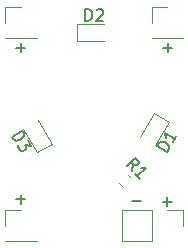
<source format=gbr>
%TF.GenerationSoftware,KiCad,Pcbnew,(5.1.6)-1*%
%TF.CreationDate,2020-07-27T22:26:38+01:00*%
%TF.ProjectId,enc-led,656e632d-6c65-4642-9e6b-696361645f70,rev?*%
%TF.SameCoordinates,Original*%
%TF.FileFunction,Legend,Top*%
%TF.FilePolarity,Positive*%
%FSLAX46Y46*%
G04 Gerber Fmt 4.6, Leading zero omitted, Abs format (unit mm)*
G04 Created by KiCad (PCBNEW (5.1.6)-1) date 2020-07-27 22:26:38*
%MOMM*%
%LPD*%
G01*
G04 APERTURE LIST*
%ADD10C,0.150000*%
%ADD11C,0.120000*%
G04 APERTURE END LIST*
D10*
X21419047Y-36771428D02*
X22180952Y-36771428D01*
X21800000Y-37152380D02*
X21800000Y-36390476D01*
X21419047Y-23921428D02*
X22180952Y-23921428D01*
X21800000Y-24302380D02*
X21800000Y-23540476D01*
X31219047Y-36921428D02*
X31980952Y-36921428D01*
X33819047Y-36971428D02*
X34580952Y-36971428D01*
X34200000Y-37352380D02*
X34200000Y-36590476D01*
X33869047Y-23921428D02*
X34630952Y-23921428D01*
X34250000Y-24302380D02*
X34250000Y-23540476D01*
D11*
%TO.C,R1*%
X30845522Y-34674273D02*
X31075727Y-34904478D01*
X30124273Y-35395522D02*
X30354478Y-35625727D01*
%TO.C,J2*%
X20470000Y-37670000D02*
X21800000Y-37670000D01*
X20470000Y-39000000D02*
X20470000Y-37670000D01*
X20470000Y-40270000D02*
X23130000Y-40270000D01*
X23130000Y-40270000D02*
X23130000Y-40330000D01*
X20470000Y-40270000D02*
X20470000Y-40330000D01*
X20470000Y-40330000D02*
X23130000Y-40330000D01*
%TO.C,J1*%
X35530000Y-37670000D02*
X35530000Y-39000000D01*
X34200000Y-37670000D02*
X35530000Y-37670000D01*
X32930000Y-37670000D02*
X32930000Y-40330000D01*
X32930000Y-40330000D02*
X30330000Y-40330000D01*
X32930000Y-37670000D02*
X30330000Y-37670000D01*
X30330000Y-37670000D02*
X30330000Y-40330000D01*
%TO.C,J3*%
X32870000Y-20470000D02*
X34200000Y-20470000D01*
X32870000Y-21800000D02*
X32870000Y-20470000D01*
X32870000Y-23070000D02*
X35530000Y-23070000D01*
X35530000Y-23070000D02*
X35530000Y-23130000D01*
X32870000Y-23070000D02*
X32870000Y-23130000D01*
X32870000Y-23130000D02*
X35530000Y-23130000D01*
%TO.C,J4*%
X20470000Y-20470000D02*
X21800000Y-20470000D01*
X20470000Y-21800000D02*
X20470000Y-20470000D01*
X20470000Y-23070000D02*
X23130000Y-23070000D01*
X23130000Y-23070000D02*
X23130000Y-23130000D01*
X20470000Y-23070000D02*
X20470000Y-23130000D01*
X20470000Y-23130000D02*
X23130000Y-23130000D01*
%TO.C,D3*%
X24429029Y-32068548D02*
X23286529Y-30089680D01*
X23155971Y-32803548D02*
X24429029Y-32068548D01*
X22013471Y-30824680D02*
X23155971Y-32803548D01*
%TO.C,D2*%
X26515000Y-23385000D02*
X28800000Y-23385000D01*
X26515000Y-21915000D02*
X26515000Y-23385000D01*
X28800000Y-21915000D02*
X26515000Y-21915000D01*
%TO.C,D1*%
X33186529Y-32210320D02*
X34329029Y-30231452D01*
X34329029Y-30231452D02*
X33055971Y-29496452D01*
X33055971Y-29496452D02*
X31913471Y-31475320D01*
%TO.C,R1*%
D10*
X31173430Y-34340867D02*
X31274445Y-33768447D01*
X30769369Y-33936806D02*
X31476475Y-33229699D01*
X31745850Y-33499073D01*
X31779521Y-33600088D01*
X31779521Y-33667432D01*
X31745850Y-33768447D01*
X31644834Y-33869462D01*
X31543819Y-33903134D01*
X31476475Y-33903134D01*
X31375460Y-33869462D01*
X31106086Y-33600088D01*
X31846865Y-35014302D02*
X31442804Y-34610241D01*
X31644834Y-34812272D02*
X32351941Y-34105165D01*
X32183582Y-34138837D01*
X32048895Y-34138837D01*
X31947880Y-34105165D01*
%TO.C,D3*%
X21050762Y-31451981D02*
X21916788Y-30951981D01*
X22035836Y-31158177D01*
X22066025Y-31305705D01*
X22031165Y-31435802D01*
X21972496Y-31524661D01*
X21831348Y-31661138D01*
X21707631Y-31732567D01*
X21518864Y-31786565D01*
X21412576Y-31792945D01*
X21282478Y-31758086D01*
X21169810Y-31658177D01*
X21050762Y-31451981D01*
X22369169Y-31735528D02*
X22678693Y-32271639D01*
X22182112Y-32173440D01*
X22253540Y-32297157D01*
X22259920Y-32403446D01*
X22242490Y-32468494D01*
X22183821Y-32557353D01*
X21977624Y-32676400D01*
X21871336Y-32682780D01*
X21806288Y-32665350D01*
X21717429Y-32606681D01*
X21574572Y-32359245D01*
X21568192Y-32252957D01*
X21585622Y-32187908D01*
%TO.C,D2*%
X27261904Y-21672380D02*
X27261904Y-20672380D01*
X27500000Y-20672380D01*
X27642857Y-20720000D01*
X27738095Y-20815238D01*
X27785714Y-20910476D01*
X27833333Y-21100952D01*
X27833333Y-21243809D01*
X27785714Y-21434285D01*
X27738095Y-21529523D01*
X27642857Y-21624761D01*
X27500000Y-21672380D01*
X27261904Y-21672380D01*
X28214285Y-20767619D02*
X28261904Y-20720000D01*
X28357142Y-20672380D01*
X28595238Y-20672380D01*
X28690476Y-20720000D01*
X28738095Y-20767619D01*
X28785714Y-20862857D01*
X28785714Y-20958095D01*
X28738095Y-21100952D01*
X28166666Y-21672380D01*
X28785714Y-21672380D01*
%TO.C,D1*%
X34211141Y-32730399D02*
X33345116Y-32230399D01*
X33464163Y-32024203D01*
X33576831Y-31924294D01*
X33706929Y-31889435D01*
X33813217Y-31895814D01*
X34001984Y-31949813D01*
X34125702Y-32021242D01*
X34266850Y-32157719D01*
X34325519Y-32246578D01*
X34360378Y-32376675D01*
X34330189Y-32524203D01*
X34211141Y-32730399D01*
X34973046Y-31410741D02*
X34687332Y-31905613D01*
X34830189Y-31658177D02*
X33964163Y-31158177D01*
X34040262Y-31312084D01*
X34075122Y-31442182D01*
X34068742Y-31548470D01*
%TD*%
M02*

</source>
